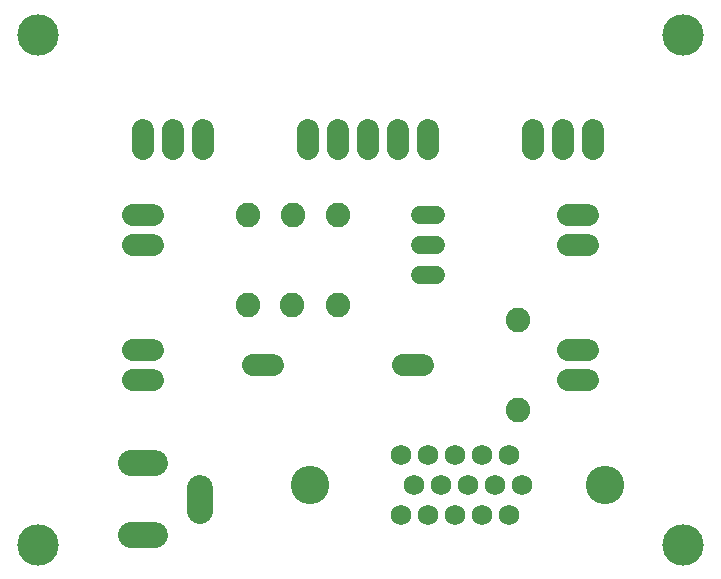
<source format=gbr>
G04 EAGLE Gerber X2 export*
%TF.Part,Single*%
%TF.FileFunction,Soldermask,Bot,1*%
%TF.FilePolarity,Negative*%
%TF.GenerationSoftware,Autodesk,EAGLE,8.6.0*%
%TF.CreationDate,2018-02-20T16:43:01Z*%
G75*
%MOIN*%
%FSLAX34Y34*%
%LPD*%
%AMOC8*
5,1,8,0,0,1.08239X$1,22.5*%
G01*
%ADD10C,0.082000*%
%ADD11C,0.074000*%
%ADD12C,0.068000*%
%ADD13C,0.128000*%
%ADD14C,0.086740*%
%ADD15C,0.072500*%
%ADD16C,0.138000*%
%ADD17C,0.060000*%


D10*
X7000Y20000D03*
X7000Y23000D03*
D11*
X7170Y18000D02*
X7830Y18000D01*
X12170Y18000D02*
X12830Y18000D01*
D12*
X16150Y14000D03*
X15700Y15000D03*
X15700Y13000D03*
X14800Y15000D03*
X13900Y15000D03*
X13000Y15000D03*
X12100Y15000D03*
X15250Y14000D03*
X14350Y14000D03*
X13450Y14000D03*
X12550Y14000D03*
X14800Y13000D03*
X13900Y13000D03*
X13000Y13000D03*
X12100Y13000D03*
D13*
X9080Y14000D03*
X18920Y14000D03*
D10*
X8521Y23000D03*
X8479Y20000D03*
X10000Y23000D03*
X10000Y20000D03*
D14*
X3894Y14720D02*
X3106Y14720D01*
X3106Y12319D02*
X3894Y12319D01*
X5390Y13106D02*
X5390Y13894D01*
D10*
X16000Y19500D03*
X16000Y16500D03*
D15*
X4500Y25178D02*
X4500Y25823D01*
X3500Y25823D02*
X3500Y25178D01*
X5500Y25178D02*
X5500Y25823D01*
X17500Y25823D02*
X17500Y25178D01*
X16500Y25178D02*
X16500Y25823D01*
X18500Y25823D02*
X18500Y25178D01*
X18323Y22000D02*
X17678Y22000D01*
X17678Y23000D02*
X18323Y23000D01*
X3823Y18500D02*
X3178Y18500D01*
X3178Y17500D02*
X3823Y17500D01*
X17678Y17500D02*
X18323Y17500D01*
X18323Y18500D02*
X17678Y18500D01*
X10000Y25178D02*
X10000Y25823D01*
X9000Y25823D02*
X9000Y25178D01*
X11000Y25178D02*
X11000Y25823D01*
X12000Y25823D02*
X12000Y25178D01*
X13000Y25178D02*
X13000Y25823D01*
X3823Y23000D02*
X3178Y23000D01*
X3178Y22000D02*
X3823Y22000D01*
D16*
X0Y12000D03*
X21500Y29000D03*
X21500Y12000D03*
X0Y29000D03*
D17*
X12740Y21000D02*
X13260Y21000D01*
X13260Y23000D02*
X12740Y23000D01*
X12740Y22000D02*
X13260Y22000D01*
M02*

</source>
